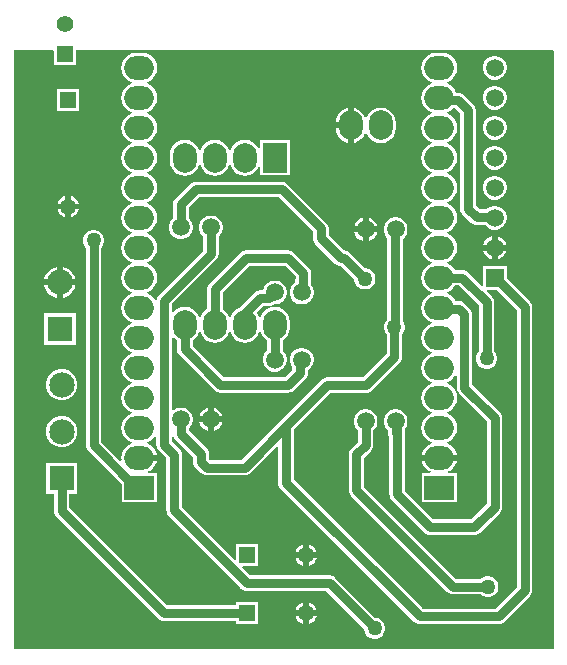
<source format=gbr>
G04*
G04 #@! TF.GenerationSoftware,Altium Limited,Altium Designer,25.4.2 (15)*
G04*
G04 Layer_Physical_Order=2*
G04 Layer_Color=16711680*
%FSLAX44Y44*%
%MOMM*%
G71*
G04*
G04 #@! TF.SameCoordinates,0EA34F5E-7CD8-41F1-BF26-68A60DD3863B*
G04*
G04*
G04 #@! TF.FilePolarity,Positive*
G04*
G01*
G75*
%ADD32C,0.8000*%
%ADD33C,1.3500*%
%ADD34R,1.3500X1.3500*%
%ADD35R,2.5000X2.0000*%
%ADD36O,2.5000X2.0000*%
%ADD37R,2.0000X2.5000*%
%ADD38O,2.0000X2.5000*%
%ADD39C,1.5000*%
%ADD40R,1.5000X1.5000*%
%ADD41C,2.1500*%
%ADD42R,2.1500X2.1500*%
%ADD43C,1.4000*%
%ADD44R,1.4000X1.4000*%
%ADD45R,1.3500X1.3500*%
%ADD46C,1.2700*%
G36*
X457500Y506122D02*
X457500Y0D01*
X0D01*
Y506979D01*
X33312Y506982D01*
X34210Y506084D01*
Y494760D01*
X53290D01*
Y506984D01*
X456602Y507020D01*
X457500Y506122D01*
D02*
G37*
%LPC*%
G36*
X408822Y502340D02*
X406178D01*
X403625Y501656D01*
X401335Y500334D01*
X399466Y498465D01*
X398144Y496175D01*
X397460Y493622D01*
Y490978D01*
X398144Y488425D01*
X399466Y486135D01*
X401335Y484266D01*
X403625Y482944D01*
X406178Y482260D01*
X408822D01*
X411375Y482944D01*
X413665Y484266D01*
X415534Y486135D01*
X416856Y488425D01*
X417540Y490978D01*
Y493622D01*
X416856Y496175D01*
X415534Y498465D01*
X413665Y500334D01*
X411375Y501656D01*
X408822Y502340D01*
D02*
G37*
G36*
Y476940D02*
X406178D01*
X403625Y476256D01*
X401335Y474934D01*
X399466Y473065D01*
X398144Y470775D01*
X397460Y468222D01*
Y465578D01*
X398144Y463025D01*
X399466Y460735D01*
X401335Y458866D01*
X403625Y457544D01*
X406178Y456860D01*
X408822D01*
X411375Y457544D01*
X413665Y458866D01*
X415534Y460735D01*
X416856Y463025D01*
X417540Y465578D01*
Y468222D01*
X416856Y470775D01*
X415534Y473065D01*
X413665Y474934D01*
X411375Y476256D01*
X408822Y476940D01*
D02*
G37*
G36*
X55540Y474040D02*
X36960D01*
Y455460D01*
X55540D01*
Y474040D01*
D02*
G37*
G36*
X310850Y458548D02*
X307576Y458117D01*
X304526Y456854D01*
X301906Y454844D01*
X299896Y452224D01*
X298837Y449667D01*
X297463D01*
X296404Y452224D01*
X294394Y454844D01*
X291774Y456854D01*
X288724Y458117D01*
X287950Y458219D01*
Y443400D01*
Y428581D01*
X288724Y428683D01*
X291774Y429946D01*
X294394Y431956D01*
X296404Y434576D01*
X297463Y437133D01*
X298837D01*
X299896Y434576D01*
X301906Y431956D01*
X304526Y429946D01*
X307576Y428683D01*
X310850Y428252D01*
X314124Y428683D01*
X317174Y429946D01*
X319794Y431956D01*
X321804Y434576D01*
X323067Y437626D01*
X323498Y440900D01*
Y445900D01*
X323067Y449174D01*
X321804Y452224D01*
X319794Y454844D01*
X317174Y456854D01*
X314124Y458117D01*
X310850Y458548D01*
D02*
G37*
G36*
X282950Y458219D02*
X282176Y458117D01*
X279126Y456854D01*
X276506Y454844D01*
X274496Y452224D01*
X273233Y449174D01*
X272802Y445900D01*
D01*
X282950D01*
Y458219D01*
D02*
G37*
G36*
X408822Y451540D02*
X406178D01*
X403625Y450856D01*
X401335Y449534D01*
X399466Y447665D01*
X398144Y445375D01*
X397460Y442822D01*
Y440178D01*
X398144Y437625D01*
X399466Y435335D01*
X401335Y433466D01*
X403625Y432144D01*
X406178Y431460D01*
X408822D01*
X411375Y432144D01*
X413665Y433466D01*
X415534Y435335D01*
X416856Y437625D01*
X417540Y440178D01*
Y442822D01*
X416856Y445375D01*
X415534Y447665D01*
X413665Y449534D01*
X411375Y450856D01*
X408822Y451540D01*
D02*
G37*
G36*
X282950Y440900D02*
X272802D01*
X273233Y437626D01*
X274496Y434576D01*
X276506Y431956D01*
X279126Y429946D01*
X282176Y428683D01*
X282950Y428581D01*
Y440900D01*
D02*
G37*
G36*
X195850Y431248D02*
X192577Y430817D01*
X189526Y429554D01*
X186907Y427544D01*
X184897Y424924D01*
X183838Y422367D01*
X182463D01*
X181404Y424924D01*
X179394Y427544D01*
X176774Y429554D01*
X173724Y430817D01*
X170450Y431248D01*
X167177Y430817D01*
X164126Y429554D01*
X161507Y427544D01*
X159496Y424924D01*
X158438Y422367D01*
X157063D01*
X156004Y424924D01*
X153994Y427544D01*
X151374Y429554D01*
X148324Y430817D01*
X145050Y431248D01*
X141777Y430817D01*
X138726Y429554D01*
X136107Y427544D01*
X134096Y424924D01*
X132833Y421874D01*
X132402Y418600D01*
Y413600D01*
X132833Y410326D01*
X134096Y407276D01*
X136107Y404656D01*
X138726Y402646D01*
X141777Y401383D01*
X145050Y400952D01*
X148324Y401383D01*
X151374Y402646D01*
X153994Y404656D01*
X156004Y407276D01*
X157063Y409833D01*
X158438D01*
X159496Y407276D01*
X161507Y404656D01*
X164126Y402646D01*
X167177Y401383D01*
X170450Y400952D01*
X173724Y401383D01*
X176774Y402646D01*
X179394Y404656D01*
X181404Y407276D01*
X182463Y409833D01*
X183838D01*
X184897Y407276D01*
X186907Y404656D01*
X189526Y402646D01*
X192577Y401383D01*
X195850Y400952D01*
X199124Y401383D01*
X202174Y402646D01*
X204794Y404656D01*
X206804Y407276D01*
X207440Y408812D01*
X208710Y408559D01*
Y401060D01*
X233790D01*
Y431140D01*
X208710D01*
Y423641D01*
X207440Y423388D01*
X206804Y424924D01*
X204794Y427544D01*
X202174Y429554D01*
X199124Y430817D01*
X195850Y431248D01*
D02*
G37*
G36*
X408822Y426140D02*
X406178D01*
X403625Y425456D01*
X401335Y424134D01*
X399466Y422265D01*
X398144Y419975D01*
X397460Y417422D01*
Y414778D01*
X398144Y412225D01*
X399466Y409935D01*
X401335Y408066D01*
X403625Y406744D01*
X406178Y406060D01*
X408822D01*
X411375Y406744D01*
X413665Y408066D01*
X415534Y409935D01*
X416856Y412225D01*
X417540Y414778D01*
Y417422D01*
X416856Y419975D01*
X415534Y422265D01*
X413665Y424134D01*
X411375Y425456D01*
X408822Y426140D01*
D02*
G37*
G36*
Y400740D02*
X406178D01*
X403625Y400056D01*
X401335Y398734D01*
X399466Y396865D01*
X398144Y394575D01*
X397460Y392022D01*
Y389378D01*
X398144Y386825D01*
X399466Y384535D01*
X401335Y382666D01*
X403625Y381344D01*
X406178Y380660D01*
X408822D01*
X411375Y381344D01*
X413665Y382666D01*
X415534Y384535D01*
X416856Y386825D01*
X417540Y389378D01*
Y392022D01*
X416856Y394575D01*
X415534Y396865D01*
X413665Y398734D01*
X411375Y400056D01*
X408822Y400740D01*
D02*
G37*
G36*
X48750Y383698D02*
Y377250D01*
X55198D01*
X54907Y378336D01*
X53684Y380454D01*
X51954Y382184D01*
X49836Y383407D01*
X48750Y383698D01*
D02*
G37*
G36*
X43750D02*
X42664Y383407D01*
X40546Y382184D01*
X38816Y380454D01*
X37593Y378336D01*
X37302Y377250D01*
X43750D01*
Y383698D01*
D02*
G37*
G36*
X55198Y372250D02*
X48750D01*
Y365802D01*
X49836Y366093D01*
X51954Y367316D01*
X53684Y369046D01*
X54907Y371164D01*
X55198Y372250D01*
D02*
G37*
G36*
X43750D02*
X37302D01*
X37593Y371164D01*
X38816Y369046D01*
X40546Y367316D01*
X42664Y366093D01*
X43750Y365802D01*
Y372250D01*
D02*
G37*
G36*
X300600Y365224D02*
Y358000D01*
X307824D01*
X307456Y359375D01*
X306134Y361665D01*
X304265Y363534D01*
X301975Y364856D01*
X300600Y365224D01*
D02*
G37*
G36*
X295600Y365224D02*
X294225Y364856D01*
X291935Y363534D01*
X290066Y361665D01*
X288744Y359375D01*
X288376Y358000D01*
X295600D01*
Y365224D01*
D02*
G37*
G36*
X307824Y353000D02*
X300600D01*
Y345776D01*
X301975Y346144D01*
X304265Y347466D01*
X306134Y349335D01*
X307456Y351625D01*
X307824Y353000D01*
D02*
G37*
G36*
X295600D02*
X288376D01*
X288744Y351625D01*
X290066Y349335D01*
X291935Y347466D01*
X294225Y346144D01*
X295600Y345776D01*
Y353000D01*
D02*
G37*
G36*
X410000Y349624D02*
Y342400D01*
X417224D01*
X416856Y343775D01*
X415534Y346065D01*
X413665Y347934D01*
X411375Y349256D01*
X410000Y349624D01*
D02*
G37*
G36*
X405000D02*
X403625Y349256D01*
X401335Y347934D01*
X399466Y346065D01*
X398144Y343775D01*
X397776Y342400D01*
X405000D01*
Y349624D01*
D02*
G37*
G36*
X417224Y337400D02*
X410000D01*
Y330176D01*
X411375Y330544D01*
X413665Y331866D01*
X415534Y333735D01*
X416856Y336025D01*
X417224Y337400D01*
D02*
G37*
G36*
X405000D02*
X397776D01*
X398144Y336025D01*
X399466Y333735D01*
X401335Y331866D01*
X403625Y330544D01*
X405000Y330176D01*
Y337400D01*
D02*
G37*
G36*
X41750Y323589D02*
Y313000D01*
X52339D01*
X51634Y315630D01*
X49885Y318660D01*
X47410Y321135D01*
X44380Y322884D01*
X41750Y323589D01*
D02*
G37*
G36*
X36750D02*
X34120Y322884D01*
X31090Y321135D01*
X28615Y318660D01*
X26866Y315630D01*
X26161Y313000D01*
X36750D01*
Y323589D01*
D02*
G37*
G36*
X227108Y395932D02*
X154500D01*
X152793Y395708D01*
X151202Y395049D01*
X149836Y394000D01*
X137086Y381251D01*
X136038Y379884D01*
X135379Y378293D01*
X135154Y376586D01*
Y364663D01*
X133716Y363225D01*
X132394Y360935D01*
X131710Y358382D01*
Y355738D01*
X132394Y353185D01*
X133716Y350895D01*
X135585Y349026D01*
X137875Y347704D01*
X140428Y347020D01*
X143072D01*
X145625Y347704D01*
X147915Y349026D01*
X149784Y350895D01*
X151106Y353185D01*
X151790Y355738D01*
Y358382D01*
X151106Y360935D01*
X149784Y363225D01*
X148347Y364662D01*
Y373854D01*
X157232Y382740D01*
X224376D01*
X253640Y353475D01*
Y347778D01*
X253865Y346070D01*
X254524Y344479D01*
X255572Y343113D01*
X272261Y326424D01*
X273627Y325376D01*
X275218Y324717D01*
X276926Y324492D01*
X277179D01*
X288610Y313061D01*
Y312330D01*
X289216Y310069D01*
X290386Y308041D01*
X292041Y306386D01*
X294069Y305216D01*
X296330Y304610D01*
X298670D01*
X300931Y305216D01*
X302959Y306386D01*
X304614Y308041D01*
X305784Y310069D01*
X306390Y312330D01*
Y314670D01*
X305784Y316931D01*
X304614Y318959D01*
X302959Y320614D01*
X300931Y321784D01*
X298670Y322390D01*
X297939D01*
X284576Y335753D01*
X283210Y336801D01*
X281619Y337460D01*
X279911Y337685D01*
X279658D01*
X266833Y350510D01*
Y356208D01*
X266608Y357915D01*
X265949Y359506D01*
X264901Y360872D01*
X231772Y394000D01*
X230406Y395049D01*
X228815Y395708D01*
X227108Y395932D01*
D02*
G37*
G36*
X52339Y308000D02*
X41750D01*
Y297411D01*
X44380Y298116D01*
X47410Y299865D01*
X49885Y302340D01*
X51634Y305370D01*
X52339Y308000D01*
D02*
G37*
G36*
X36750D02*
X26161D01*
X26866Y305370D01*
X28615Y302340D01*
X31090Y299865D01*
X34120Y298116D01*
X36750Y297411D01*
Y308000D01*
D02*
G37*
G36*
X52540Y284190D02*
X25960D01*
Y257610D01*
X52540D01*
Y284190D01*
D02*
G37*
G36*
X42500Y237140D02*
X39000D01*
X35620Y236234D01*
X32590Y234485D01*
X30115Y232010D01*
X28366Y228980D01*
X27460Y225600D01*
Y222100D01*
X28366Y218720D01*
X30115Y215690D01*
X32590Y213215D01*
X35620Y211466D01*
X39000Y210560D01*
X42500D01*
X45880Y211466D01*
X48910Y213215D01*
X51385Y215690D01*
X53134Y218720D01*
X54040Y222100D01*
Y225600D01*
X53134Y228980D01*
X51385Y232010D01*
X48910Y234485D01*
X45880Y236234D01*
X42500Y237140D01*
D02*
G37*
G36*
X169650Y204224D02*
Y197000D01*
X176874D01*
X176506Y198375D01*
X175184Y200665D01*
X173315Y202534D01*
X171025Y203856D01*
X169650Y204224D01*
D02*
G37*
G36*
X164650Y204224D02*
X163275Y203856D01*
X160985Y202534D01*
X159116Y200665D01*
X157794Y198375D01*
X157426Y197000D01*
X164650D01*
Y204224D01*
D02*
G37*
G36*
X176874Y192000D02*
X169650D01*
Y184776D01*
X171025Y185144D01*
X173315Y186466D01*
X175184Y188335D01*
X176506Y190625D01*
X176874Y192000D01*
D02*
G37*
G36*
X164650D02*
X157426D01*
X157794Y190625D01*
X159116Y188335D01*
X160985Y186466D01*
X163275Y185144D01*
X164650Y184776D01*
Y192000D01*
D02*
G37*
G36*
X42500Y197540D02*
X39000D01*
X35620Y196634D01*
X32590Y194884D01*
X30115Y192410D01*
X28366Y189380D01*
X27460Y186000D01*
Y182500D01*
X28366Y179120D01*
X30115Y176089D01*
X32590Y173615D01*
X35620Y171866D01*
X39000Y170960D01*
X42500D01*
X45880Y171866D01*
X48910Y173615D01*
X51385Y176089D01*
X53134Y179120D01*
X54040Y182500D01*
Y186000D01*
X53134Y189380D01*
X51385Y192410D01*
X48910Y194884D01*
X45880Y196634D01*
X42500Y197540D01*
D02*
G37*
G36*
X375319Y159600D02*
X345681D01*
X345783Y158826D01*
X347046Y155776D01*
X349057Y153156D01*
X351676Y151146D01*
X353212Y150510D01*
X352960Y149240D01*
X345460D01*
Y124160D01*
X375540D01*
Y149240D01*
X368041D01*
X367788Y150510D01*
X369324Y151146D01*
X371944Y153156D01*
X373954Y155776D01*
X375217Y158826D01*
X375319Y159600D01*
D02*
G37*
G36*
X250250Y88698D02*
Y82250D01*
X256698D01*
X256407Y83336D01*
X255184Y85454D01*
X253454Y87184D01*
X251336Y88407D01*
X250250Y88698D01*
D02*
G37*
G36*
X245250D02*
X244164Y88407D01*
X242046Y87184D01*
X240316Y85454D01*
X239093Y83336D01*
X238802Y82250D01*
X245250D01*
Y88698D01*
D02*
G37*
G36*
X256698Y77250D02*
X250250D01*
Y70802D01*
X251336Y71093D01*
X253454Y72316D01*
X255184Y74046D01*
X256407Y76164D01*
X256698Y77250D01*
D02*
G37*
G36*
X245250D02*
X238802D01*
X239093Y76164D01*
X240316Y74046D01*
X242046Y72316D01*
X244164Y71093D01*
X245250Y70802D01*
Y77250D01*
D02*
G37*
G36*
X299422Y202980D02*
X296778D01*
X294225Y202296D01*
X291935Y200974D01*
X290066Y199105D01*
X288744Y196815D01*
X288060Y194262D01*
Y191618D01*
X288744Y189065D01*
X290066Y186775D01*
X291504Y185338D01*
Y175406D01*
X285726Y169629D01*
X284677Y168262D01*
X284018Y166671D01*
X283794Y164964D01*
Y134710D01*
X284018Y133003D01*
X284677Y131412D01*
X285726Y130046D01*
X367436Y48336D01*
X368802Y47287D01*
X370393Y46628D01*
X372100Y46404D01*
X395524D01*
X396041Y45886D01*
X398069Y44716D01*
X400330Y44110D01*
X402670D01*
X404931Y44716D01*
X406959Y45886D01*
X408614Y47541D01*
X409784Y49569D01*
X410390Y51830D01*
Y54170D01*
X409784Y56431D01*
X408614Y58459D01*
X406959Y60114D01*
X404931Y61284D01*
X402670Y61890D01*
X400330D01*
X398069Y61284D01*
X396041Y60114D01*
X395524Y59596D01*
X374832D01*
X296986Y137443D01*
Y162232D01*
X302764Y168010D01*
X303813Y169376D01*
X304472Y170967D01*
X304696Y172674D01*
Y185338D01*
X306134Y186775D01*
X307456Y189065D01*
X308140Y191618D01*
Y194262D01*
X307456Y196815D01*
X306134Y199105D01*
X304265Y200974D01*
X301975Y202296D01*
X299422Y202980D01*
D02*
G37*
G36*
X363000Y504948D02*
X358000D01*
X354726Y504517D01*
X351676Y503254D01*
X349057Y501244D01*
X347046Y498624D01*
X345783Y495574D01*
X345352Y492300D01*
X345783Y489026D01*
X347046Y485976D01*
X349057Y483356D01*
X351676Y481346D01*
X354233Y480287D01*
Y478913D01*
X351676Y477854D01*
X349057Y475844D01*
X347046Y473224D01*
X345783Y470174D01*
X345352Y466900D01*
X345783Y463626D01*
X347046Y460576D01*
X349057Y457956D01*
X351676Y455946D01*
X354233Y454887D01*
Y453513D01*
X351676Y452454D01*
X349057Y450444D01*
X347046Y447824D01*
X345783Y444774D01*
X345352Y441500D01*
X345783Y438226D01*
X347046Y435176D01*
X349057Y432556D01*
X351676Y430546D01*
X354233Y429487D01*
Y428113D01*
X351676Y427054D01*
X349057Y425044D01*
X347046Y422424D01*
X345783Y419374D01*
X345352Y416100D01*
X345783Y412826D01*
X347046Y409776D01*
X349057Y407156D01*
X351676Y405146D01*
X354233Y404087D01*
Y402713D01*
X351676Y401654D01*
X349057Y399644D01*
X347046Y397024D01*
X345783Y393974D01*
X345352Y390700D01*
X345783Y387426D01*
X347046Y384376D01*
X349057Y381756D01*
X351676Y379746D01*
X354233Y378687D01*
Y377313D01*
X351676Y376254D01*
X349057Y374244D01*
X347046Y371624D01*
X345783Y368574D01*
X345352Y365300D01*
X345783Y362026D01*
X347046Y358976D01*
X349057Y356356D01*
X351676Y354346D01*
X354233Y353287D01*
Y351913D01*
X351676Y350854D01*
X349057Y348844D01*
X347046Y346224D01*
X345783Y343174D01*
X345352Y339900D01*
X345783Y336626D01*
X347046Y333576D01*
X349057Y330956D01*
X351676Y328946D01*
X354233Y327887D01*
Y326513D01*
X351676Y325454D01*
X349057Y323444D01*
X347046Y320824D01*
X345783Y317774D01*
X345352Y314500D01*
X345783Y311226D01*
X347046Y308176D01*
X349057Y305556D01*
X351676Y303546D01*
X354233Y302487D01*
Y301113D01*
X351676Y300054D01*
X349057Y298044D01*
X347046Y295424D01*
X345783Y292374D01*
X345352Y289100D01*
X345783Y285826D01*
X347046Y282776D01*
X349057Y280156D01*
X351676Y278146D01*
X354233Y277087D01*
Y275713D01*
X351676Y274654D01*
X349057Y272644D01*
X347046Y270024D01*
X345783Y266974D01*
X345352Y263700D01*
X345783Y260426D01*
X347046Y257376D01*
X349057Y254756D01*
X351676Y252746D01*
X354233Y251687D01*
Y250313D01*
X351676Y249254D01*
X349057Y247244D01*
X347046Y244624D01*
X345783Y241574D01*
X345352Y238300D01*
X345783Y235026D01*
X347046Y231976D01*
X349057Y229356D01*
X351676Y227346D01*
X354233Y226287D01*
Y224913D01*
X351676Y223854D01*
X349057Y221844D01*
X347046Y219224D01*
X345783Y216174D01*
X345352Y212900D01*
X345783Y209626D01*
X347046Y206576D01*
X349057Y203956D01*
X351676Y201946D01*
X354233Y200887D01*
Y199513D01*
X351676Y198454D01*
X349057Y196444D01*
X347046Y193824D01*
X345783Y190774D01*
X345352Y187500D01*
X345783Y184226D01*
X347046Y181176D01*
X349057Y178556D01*
X351676Y176546D01*
X354233Y175487D01*
Y174113D01*
X351676Y173054D01*
X349057Y171044D01*
X347046Y168424D01*
X345783Y165374D01*
X345681Y164600D01*
X375319D01*
X375217Y165374D01*
X373954Y168424D01*
X371944Y171044D01*
X369324Y173054D01*
X366768Y174113D01*
Y175487D01*
X369324Y176546D01*
X371944Y178556D01*
X373954Y181176D01*
X375217Y184226D01*
X375648Y187500D01*
X375217Y190774D01*
X373954Y193824D01*
X371944Y196444D01*
X369324Y198454D01*
X366768Y199513D01*
Y200887D01*
X369324Y201946D01*
X371944Y203956D01*
X373954Y206576D01*
X375217Y209626D01*
X375648Y212900D01*
X375217Y216174D01*
X373954Y219224D01*
X371944Y221844D01*
X369324Y223854D01*
X366768Y224913D01*
Y226287D01*
X369324Y227346D01*
X371944Y229356D01*
X373884Y231884D01*
X373945Y231886D01*
X375154Y230973D01*
Y221522D01*
X375378Y219815D01*
X376037Y218224D01*
X377086Y216858D01*
X400754Y193190D01*
Y123082D01*
X387518Y109846D01*
X355482D01*
X331346Y133982D01*
Y186588D01*
X331534Y186775D01*
X332856Y189065D01*
X333540Y191618D01*
Y194262D01*
X332856Y196815D01*
X331534Y199105D01*
X329665Y200974D01*
X327375Y202296D01*
X324822Y202980D01*
X322178D01*
X319625Y202296D01*
X317335Y200974D01*
X315466Y199105D01*
X314144Y196815D01*
X313460Y194262D01*
Y191618D01*
X314144Y189065D01*
X315466Y186775D01*
X316903Y185338D01*
Y182860D01*
X317128Y181153D01*
X317787Y179562D01*
X318154Y179084D01*
Y131250D01*
X318378Y129543D01*
X319037Y127952D01*
X320086Y126586D01*
X348086Y98586D01*
X349452Y97537D01*
X351043Y96878D01*
X352750Y96654D01*
X390250D01*
X391957Y96878D01*
X393548Y97537D01*
X394914Y98586D01*
X412014Y115686D01*
X413063Y117052D01*
X413722Y118643D01*
X413946Y120350D01*
Y195922D01*
X413722Y197629D01*
X413063Y199220D01*
X412014Y200586D01*
X388346Y224254D01*
Y283365D01*
X388122Y285072D01*
X387463Y286663D01*
X386414Y288029D01*
X381728Y292715D01*
X380362Y293764D01*
X378771Y294423D01*
X377064Y294647D01*
X374276D01*
X373954Y295424D01*
X371944Y298044D01*
X369324Y300054D01*
X366768Y301113D01*
Y302487D01*
X369324Y303546D01*
X371944Y305556D01*
X373745Y307903D01*
X377226D01*
X394030Y291100D01*
Y252056D01*
X393512Y251539D01*
X392342Y249511D01*
X391736Y247250D01*
Y244910D01*
X392342Y242649D01*
X393512Y240621D01*
X395167Y238966D01*
X397195Y237796D01*
X399456Y237190D01*
X401796D01*
X404057Y237796D01*
X406085Y238966D01*
X407740Y240621D01*
X408910Y242649D01*
X409516Y244910D01*
Y247250D01*
X408910Y249511D01*
X407740Y251539D01*
X407222Y252056D01*
Y293832D01*
X406998Y295539D01*
X406339Y297130D01*
X405290Y298496D01*
X400500Y303287D01*
X400986Y304460D01*
X408561D01*
X426154Y286868D01*
Y52482D01*
X408018Y34346D01*
X346482D01*
X237150Y143679D01*
Y185821D01*
X268143Y216814D01*
X298411D01*
X300118Y217039D01*
X301709Y217698D01*
X303075Y218746D01*
X327164Y242836D01*
X328213Y244202D01*
X328872Y245793D01*
X329096Y247500D01*
Y266524D01*
X329614Y267041D01*
X330784Y269069D01*
X331390Y271330D01*
Y273670D01*
X330784Y275931D01*
X329614Y277959D01*
X329596Y277976D01*
Y347427D01*
X329665Y347466D01*
X331534Y349335D01*
X332856Y351625D01*
X333540Y354178D01*
Y356822D01*
X332856Y359375D01*
X331534Y361665D01*
X329665Y363534D01*
X327375Y364856D01*
X324822Y365540D01*
X322178D01*
X319625Y364856D01*
X317335Y363534D01*
X315466Y361665D01*
X314144Y359375D01*
X313460Y356822D01*
Y354178D01*
X314144Y351625D01*
X315466Y349335D01*
X316404Y348398D01*
Y278976D01*
X315386Y277959D01*
X314216Y275931D01*
X313610Y273670D01*
Y271330D01*
X314216Y269069D01*
X315386Y267041D01*
X315904Y266524D01*
Y250232D01*
X295678Y230007D01*
X265411D01*
X263703Y229782D01*
X262113Y229123D01*
X260746Y228075D01*
X225889Y193217D01*
X192963Y160292D01*
X166169D01*
X165346Y161114D01*
Y165461D01*
X165122Y167168D01*
X164463Y168759D01*
X163414Y170125D01*
X148346Y185193D01*
Y186898D01*
X149784Y188335D01*
X151106Y190625D01*
X151790Y193178D01*
Y195822D01*
X151106Y198375D01*
X149784Y200665D01*
X147915Y202534D01*
X145625Y203856D01*
X143072Y204540D01*
X140428D01*
X137875Y203856D01*
X135585Y202534D01*
X135346Y202295D01*
X134172Y202780D01*
Y263702D01*
X135375Y264110D01*
X136107Y263157D01*
X138454Y261355D01*
Y253700D01*
X138679Y251993D01*
X139338Y250402D01*
X140386Y249036D01*
X170336Y219086D01*
X171702Y218037D01*
X173293Y217378D01*
X175000Y217154D01*
X232750D01*
X234457Y217378D01*
X236048Y218037D01*
X237414Y219086D01*
X247325Y228996D01*
X248373Y230362D01*
X249032Y231953D01*
X249257Y233661D01*
Y236442D01*
X250165Y236966D01*
X252034Y238835D01*
X253356Y241125D01*
X254040Y243678D01*
Y246322D01*
X253356Y248875D01*
X252034Y251165D01*
X250165Y253034D01*
X247875Y254356D01*
X245322Y255040D01*
X242678D01*
X240125Y254356D01*
X237835Y253034D01*
X235966Y251165D01*
X234644Y248875D01*
X233960Y246322D01*
Y243678D01*
X234644Y241125D01*
X235966Y238835D01*
X236064Y238737D01*
Y236393D01*
X230018Y230346D01*
X177733D01*
X151647Y256432D01*
Y261355D01*
X153994Y263157D01*
X156004Y265776D01*
X157063Y268333D01*
X158438D01*
X159496Y265776D01*
X161507Y263157D01*
X164126Y261147D01*
X167177Y259883D01*
X170450Y259452D01*
X173724Y259883D01*
X176774Y261147D01*
X179394Y263157D01*
X181404Y265776D01*
X182463Y268333D01*
X183838D01*
X184897Y265776D01*
X186907Y263157D01*
X189526Y261147D01*
X192577Y259883D01*
X195850Y259452D01*
X199124Y259883D01*
X202174Y261147D01*
X204794Y263157D01*
X206804Y265776D01*
X207863Y268333D01*
X209237D01*
X210296Y265776D01*
X212306Y263157D01*
X214654Y261355D01*
Y252602D01*
X213216Y251165D01*
X211894Y248875D01*
X211210Y246322D01*
Y243678D01*
X211894Y241125D01*
X213216Y238835D01*
X215085Y236966D01*
X217375Y235644D01*
X219928Y234960D01*
X222572D01*
X225125Y235644D01*
X227415Y236966D01*
X229284Y238835D01*
X230606Y241125D01*
X231290Y243678D01*
Y246322D01*
X230606Y248875D01*
X229284Y251165D01*
X227847Y252602D01*
Y261355D01*
X230194Y263157D01*
X232204Y265776D01*
X233467Y268827D01*
X233898Y272100D01*
Y277100D01*
X233467Y280374D01*
X232204Y283424D01*
X230194Y286044D01*
X227574Y288054D01*
X224524Y289317D01*
X221250Y289748D01*
X217977Y289317D01*
X214926Y288054D01*
X212306Y286044D01*
X210296Y283424D01*
X209237Y280868D01*
X207863D01*
X206804Y283424D01*
X205660Y284915D01*
X211352Y290607D01*
X216454D01*
X218161Y290832D01*
X219752Y291491D01*
X220363Y291960D01*
X222572D01*
X225125Y292644D01*
X227415Y293966D01*
X229284Y295835D01*
X230606Y298125D01*
X231290Y300678D01*
Y303322D01*
X230606Y305875D01*
X229284Y308165D01*
X227415Y310034D01*
X225125Y311356D01*
X222572Y312040D01*
X219928D01*
X217375Y311356D01*
X215085Y310034D01*
X213216Y308165D01*
X211894Y305875D01*
X211338Y303800D01*
X208620D01*
X206913Y303576D01*
X205322Y302917D01*
X203956Y301868D01*
X191186Y289098D01*
X190784Y288575D01*
X189526Y288054D01*
X186907Y286044D01*
X184897Y283424D01*
X183838Y280868D01*
X182463D01*
X181404Y283424D01*
X179394Y286044D01*
X177047Y287845D01*
Y301768D01*
X199683Y324404D01*
X230018D01*
X238904Y315518D01*
Y314409D01*
X238743Y313189D01*
Y310558D01*
X237835Y310034D01*
X235966Y308165D01*
X234644Y305875D01*
X233960Y303322D01*
Y300678D01*
X234644Y298125D01*
X235966Y295835D01*
X237835Y293966D01*
X240125Y292644D01*
X242678Y291960D01*
X245322D01*
X247875Y292644D01*
X250165Y293966D01*
X252034Y295835D01*
X253356Y298125D01*
X254040Y300678D01*
Y303322D01*
X253356Y305875D01*
X252034Y308165D01*
X251936Y308263D01*
Y312130D01*
X252096Y313350D01*
Y318250D01*
X251872Y319957D01*
X251213Y321548D01*
X250164Y322915D01*
X237414Y335664D01*
X236048Y336713D01*
X234457Y337372D01*
X232750Y337596D01*
X196950D01*
X195243Y337372D01*
X193652Y336713D01*
X192286Y335664D01*
X165786Y309164D01*
X164737Y307798D01*
X164079Y306207D01*
X163854Y304500D01*
Y287845D01*
X161507Y286044D01*
X159496Y283424D01*
X158438Y280868D01*
X157063D01*
X156004Y283424D01*
X153994Y286044D01*
X151374Y288054D01*
X148324Y289317D01*
X145050Y289748D01*
X141777Y289317D01*
X138726Y288054D01*
X136107Y286044D01*
X135375Y285091D01*
X134172Y285499D01*
Y292370D01*
X171815Y330012D01*
X172863Y331378D01*
X173522Y332969D01*
X173747Y334676D01*
Y349458D01*
X175184Y350895D01*
X176506Y353185D01*
X177190Y355738D01*
Y358382D01*
X176506Y360935D01*
X175184Y363225D01*
X173315Y365094D01*
X171025Y366416D01*
X168472Y367100D01*
X165828D01*
X163275Y366416D01*
X160985Y365094D01*
X159116Y363225D01*
X157794Y360935D01*
X157110Y358382D01*
Y355738D01*
X157794Y353185D01*
X159116Y350895D01*
X160554Y349458D01*
Y337408D01*
X122912Y299766D01*
X121863Y298400D01*
X121204Y296809D01*
X121091Y295946D01*
X120663Y295750D01*
X119772Y295661D01*
X117944Y298044D01*
X115324Y300054D01*
X112767Y301113D01*
Y302487D01*
X115324Y303546D01*
X117944Y305556D01*
X119954Y308176D01*
X121217Y311226D01*
X121648Y314500D01*
X121217Y317774D01*
X119954Y320824D01*
X117944Y323444D01*
X115324Y325454D01*
X112767Y326513D01*
Y327887D01*
X115324Y328946D01*
X117944Y330956D01*
X119954Y333576D01*
X121217Y336626D01*
X121648Y339900D01*
X121217Y343174D01*
X119954Y346224D01*
X117944Y348844D01*
X115324Y350854D01*
X112767Y351913D01*
Y353287D01*
X115324Y354346D01*
X117944Y356356D01*
X119954Y358976D01*
X121217Y362026D01*
X121648Y365300D01*
X121217Y368574D01*
X119954Y371624D01*
X117944Y374244D01*
X115324Y376254D01*
X112767Y377313D01*
Y378687D01*
X115324Y379746D01*
X117944Y381756D01*
X119954Y384376D01*
X121217Y387426D01*
X121648Y390700D01*
X121217Y393974D01*
X119954Y397024D01*
X117944Y399644D01*
X115324Y401654D01*
X112767Y402713D01*
Y404087D01*
X115324Y405146D01*
X117944Y407156D01*
X119954Y409776D01*
X121217Y412826D01*
X121648Y416100D01*
X121217Y419374D01*
X119954Y422424D01*
X117944Y425044D01*
X115324Y427054D01*
X112767Y428113D01*
Y429487D01*
X115324Y430546D01*
X117944Y432556D01*
X119954Y435176D01*
X121217Y438226D01*
X121648Y441500D01*
X121217Y444774D01*
X119954Y447824D01*
X117944Y450444D01*
X115324Y452454D01*
X112767Y453513D01*
Y454887D01*
X115324Y455946D01*
X117944Y457956D01*
X119954Y460576D01*
X121217Y463626D01*
X121648Y466900D01*
X121217Y470174D01*
X119954Y473224D01*
X117944Y475844D01*
X115324Y477854D01*
X112767Y478913D01*
Y480287D01*
X115324Y481346D01*
X117944Y483356D01*
X119954Y485976D01*
X121217Y489026D01*
X121648Y492300D01*
X121217Y495574D01*
X119954Y498624D01*
X117944Y501244D01*
X115324Y503254D01*
X112274Y504517D01*
X109000Y504948D01*
X104000D01*
X100726Y504517D01*
X97676Y503254D01*
X95056Y501244D01*
X93046Y498624D01*
X91783Y495574D01*
X91352Y492300D01*
X91783Y489026D01*
X93046Y485976D01*
X95056Y483356D01*
X97676Y481346D01*
X100233Y480287D01*
Y478913D01*
X97676Y477854D01*
X95056Y475844D01*
X93046Y473224D01*
X91783Y470174D01*
X91352Y466900D01*
X91783Y463626D01*
X93046Y460576D01*
X95056Y457956D01*
X97676Y455946D01*
X100233Y454887D01*
Y453513D01*
X97676Y452454D01*
X95056Y450444D01*
X93046Y447824D01*
X91783Y444774D01*
X91352Y441500D01*
X91783Y438226D01*
X93046Y435176D01*
X95056Y432556D01*
X97676Y430546D01*
X100233Y429487D01*
Y428113D01*
X97676Y427054D01*
X95056Y425044D01*
X93046Y422424D01*
X91783Y419374D01*
X91352Y416100D01*
X91783Y412826D01*
X93046Y409776D01*
X95056Y407156D01*
X97676Y405146D01*
X100233Y404087D01*
Y402713D01*
X97676Y401654D01*
X95056Y399644D01*
X93046Y397024D01*
X91783Y393974D01*
X91352Y390700D01*
X91783Y387426D01*
X93046Y384376D01*
X95056Y381756D01*
X97676Y379746D01*
X100233Y378687D01*
Y377313D01*
X97676Y376254D01*
X95056Y374244D01*
X93046Y371624D01*
X91783Y368574D01*
X91352Y365300D01*
X91783Y362026D01*
X93046Y358976D01*
X95056Y356356D01*
X97676Y354346D01*
X100233Y353287D01*
Y351913D01*
X97676Y350854D01*
X95056Y348844D01*
X93046Y346224D01*
X91783Y343174D01*
X91352Y339900D01*
X91783Y336626D01*
X93046Y333576D01*
X95056Y330956D01*
X97676Y328946D01*
X100233Y327887D01*
Y326513D01*
X97676Y325454D01*
X95056Y323444D01*
X93046Y320824D01*
X91783Y317774D01*
X91352Y314500D01*
X91783Y311226D01*
X93046Y308176D01*
X95056Y305556D01*
X97676Y303546D01*
X100233Y302487D01*
Y301113D01*
X97676Y300054D01*
X95056Y298044D01*
X93046Y295424D01*
X91783Y292374D01*
X91352Y289100D01*
X91783Y285826D01*
X93046Y282776D01*
X95056Y280156D01*
X97676Y278146D01*
X100233Y277087D01*
Y275713D01*
X97676Y274654D01*
X95056Y272644D01*
X93046Y270024D01*
X91783Y266974D01*
X91352Y263700D01*
X91783Y260426D01*
X93046Y257376D01*
X95056Y254756D01*
X97676Y252746D01*
X100233Y251687D01*
Y250313D01*
X97676Y249254D01*
X95056Y247244D01*
X93046Y244624D01*
X91783Y241574D01*
X91352Y238300D01*
X91783Y235026D01*
X93046Y231976D01*
X95056Y229356D01*
X97676Y227346D01*
X100233Y226287D01*
Y224913D01*
X97676Y223854D01*
X95056Y221844D01*
X93046Y219224D01*
X91783Y216174D01*
X91352Y212900D01*
X91783Y209626D01*
X93046Y206576D01*
X95056Y203956D01*
X97676Y201946D01*
X100233Y200887D01*
Y199513D01*
X97676Y198454D01*
X95056Y196444D01*
X93046Y193824D01*
X91783Y190774D01*
X91352Y187500D01*
X91783Y184226D01*
X93046Y181176D01*
X95056Y178556D01*
X97676Y176546D01*
X100233Y175487D01*
Y174113D01*
X97676Y173054D01*
X95056Y171044D01*
X93046Y168424D01*
X91783Y165374D01*
X91352Y162100D01*
X91599Y160226D01*
X90396Y159633D01*
X74346Y175682D01*
Y340024D01*
X74864Y340541D01*
X76034Y342569D01*
X76640Y344830D01*
Y347170D01*
X76034Y349431D01*
X74864Y351459D01*
X73209Y353114D01*
X71181Y354284D01*
X68920Y354890D01*
X66580D01*
X64319Y354284D01*
X62291Y353114D01*
X60636Y351459D01*
X59466Y349431D01*
X58860Y347170D01*
Y344830D01*
X59466Y342569D01*
X60636Y340541D01*
X61154Y340024D01*
Y172950D01*
X61378Y171243D01*
X62037Y169652D01*
X63086Y168286D01*
X91460Y139911D01*
Y124160D01*
X121540D01*
Y149240D01*
X114041D01*
X113788Y150510D01*
X115324Y151146D01*
X117944Y153156D01*
X119954Y155776D01*
X121217Y158826D01*
X121319Y159600D01*
X106500D01*
Y164600D01*
X121319D01*
X121217Y165374D01*
X119954Y168424D01*
X117944Y171044D01*
X115324Y173054D01*
X112767Y174113D01*
Y175487D01*
X115324Y176546D01*
X117944Y178556D01*
X119710Y180858D01*
X120980Y180471D01*
Y172945D01*
X121204Y171238D01*
X121863Y169646D01*
X122912Y168280D01*
X129484Y161708D01*
Y117434D01*
X129709Y115726D01*
X130368Y114135D01*
X131416Y112769D01*
X193016Y51170D01*
X194382Y50121D01*
X195973Y49462D01*
X197680Y49238D01*
X264934D01*
X296860Y17312D01*
Y16580D01*
X297466Y14319D01*
X298636Y12292D01*
X300291Y10637D01*
X302318Y9466D01*
X304580Y8860D01*
X306920D01*
X309181Y9466D01*
X311208Y10637D01*
X312864Y12292D01*
X314034Y14319D01*
X314640Y16580D01*
Y18921D01*
X314034Y21182D01*
X312864Y23209D01*
X311208Y24864D01*
X309181Y26034D01*
X306920Y26640D01*
X306189D01*
X272330Y60498D01*
X270964Y61547D01*
X269373Y62206D01*
X267666Y62430D01*
X200412D01*
X193556Y69287D01*
X194042Y70460D01*
X207040D01*
Y89040D01*
X188460D01*
Y76042D01*
X187287Y75556D01*
X142677Y120166D01*
Y164440D01*
X142452Y166148D01*
X141793Y167739D01*
X140745Y169105D01*
X134172Y175677D01*
Y180495D01*
X135378Y180753D01*
X136037Y179163D01*
X137086Y177796D01*
X152154Y162729D01*
Y158382D01*
X152378Y156674D01*
X153037Y155083D01*
X154086Y153717D01*
X158772Y149031D01*
X160138Y147983D01*
X161729Y147324D01*
X163436Y147099D01*
X195695D01*
X197403Y147324D01*
X198993Y147983D01*
X200360Y149031D01*
X222783Y171455D01*
X223957Y170968D01*
Y140947D01*
X224181Y139240D01*
X224840Y137649D01*
X225889Y136283D01*
X339086Y23086D01*
X340452Y22037D01*
X342043Y21378D01*
X343750Y21154D01*
X410750D01*
X412457Y21378D01*
X414048Y22037D01*
X415414Y23086D01*
X437414Y45086D01*
X438463Y46452D01*
X439122Y48043D01*
X439346Y49750D01*
Y289600D01*
X439122Y291307D01*
X438463Y292898D01*
X437414Y294264D01*
X417540Y314139D01*
Y324540D01*
X397460D01*
Y307986D01*
X396287Y307500D01*
X384622Y319164D01*
X383256Y320213D01*
X381665Y320872D01*
X379958Y321096D01*
X373745D01*
X371944Y323444D01*
X369324Y325454D01*
X366768Y326513D01*
Y327887D01*
X369324Y328946D01*
X371944Y330956D01*
X373954Y333576D01*
X375217Y336626D01*
X375648Y339900D01*
X375217Y343174D01*
X373954Y346224D01*
X371944Y348844D01*
X369324Y350854D01*
X366768Y351913D01*
Y353287D01*
X369324Y354346D01*
X371944Y356356D01*
X373954Y358976D01*
X375217Y362026D01*
X375648Y365300D01*
X375217Y368574D01*
X373954Y371624D01*
X371944Y374244D01*
X369324Y376254D01*
X366768Y377313D01*
Y378687D01*
X369324Y379746D01*
X371944Y381756D01*
X373954Y384376D01*
X375217Y387426D01*
X375648Y390700D01*
X375217Y393974D01*
X373954Y397024D01*
X371944Y399644D01*
X369324Y401654D01*
X366768Y402713D01*
Y404087D01*
X369324Y405146D01*
X371944Y407156D01*
X373954Y409776D01*
X375217Y412826D01*
X375648Y416100D01*
X375217Y419374D01*
X373954Y422424D01*
X371944Y425044D01*
X369324Y427054D01*
X366768Y428113D01*
Y429487D01*
X369324Y430546D01*
X371944Y432556D01*
X373954Y435176D01*
X375217Y438226D01*
X375648Y441500D01*
X375217Y444774D01*
X373954Y447824D01*
X371944Y450444D01*
X369324Y452454D01*
X366768Y453513D01*
Y454887D01*
X369324Y455946D01*
X371944Y457956D01*
X371983Y458008D01*
X373664D01*
X378154Y453518D01*
Y373000D01*
X378378Y371293D01*
X379037Y369702D01*
X380086Y368336D01*
X387436Y360986D01*
X388802Y359937D01*
X390393Y359278D01*
X392100Y359054D01*
X399548D01*
X401335Y357266D01*
X403625Y355944D01*
X406178Y355260D01*
X408822D01*
X411375Y355944D01*
X413665Y357266D01*
X415534Y359135D01*
X416856Y361425D01*
X417540Y363978D01*
Y366622D01*
X416856Y369175D01*
X415534Y371465D01*
X413665Y373334D01*
X411375Y374656D01*
X408822Y375340D01*
X406178D01*
X403625Y374656D01*
X401335Y373334D01*
X400248Y372246D01*
X394832D01*
X391346Y375732D01*
Y456250D01*
X391122Y457957D01*
X390463Y459548D01*
X389414Y460914D01*
X381060Y469268D01*
X379694Y470317D01*
X378103Y470976D01*
X376396Y471200D01*
X374792D01*
X373954Y473224D01*
X371944Y475844D01*
X369324Y477854D01*
X366768Y478913D01*
Y480287D01*
X369324Y481346D01*
X371944Y483356D01*
X373954Y485976D01*
X375217Y489026D01*
X375648Y492300D01*
X375217Y495574D01*
X373954Y498624D01*
X371944Y501244D01*
X369324Y503254D01*
X366274Y504517D01*
X363000Y504948D01*
D02*
G37*
G36*
X250250Y39448D02*
Y33000D01*
X256698D01*
X256407Y34086D01*
X255184Y36204D01*
X253454Y37934D01*
X251336Y39157D01*
X250250Y39448D01*
D02*
G37*
G36*
X245250D02*
X244164Y39157D01*
X242046Y37934D01*
X240316Y36204D01*
X239093Y34086D01*
X238802Y33000D01*
X245250D01*
Y39448D01*
D02*
G37*
G36*
X256698Y28000D02*
X250250D01*
Y21552D01*
X251336Y21843D01*
X253454Y23066D01*
X255184Y24796D01*
X256407Y26914D01*
X256698Y28000D01*
D02*
G37*
G36*
X245250D02*
X238802D01*
X239093Y26914D01*
X240316Y24796D01*
X242046Y23066D01*
X244164Y21843D01*
X245250Y21552D01*
Y28000D01*
D02*
G37*
G36*
X54040Y157940D02*
X27460D01*
Y131360D01*
X34154D01*
Y117250D01*
X34378Y115542D01*
X35038Y113952D01*
X36086Y112585D01*
X122836Y25836D01*
X124202Y24787D01*
X125793Y24128D01*
X127500Y23904D01*
X188460D01*
Y21210D01*
X207040D01*
Y39790D01*
X188460D01*
Y37097D01*
X130232D01*
X47347Y119982D01*
Y131360D01*
X54040D01*
Y157940D01*
D02*
G37*
%LPD*%
D32*
X407500Y314850D02*
X432750Y289600D01*
X67750Y172950D02*
Y346000D01*
Y172950D02*
X104000Y136700D01*
X106500D01*
X360500Y466900D02*
X362796Y464604D01*
X376396D01*
X384750Y456250D01*
Y373000D02*
Y456250D01*
Y373000D02*
X392100Y365650D01*
X407500D01*
X343750Y27750D02*
X410750D01*
X432750Y49750D01*
Y289600D01*
X230553Y140947D02*
X343750Y27750D01*
X230553Y140947D02*
Y188553D01*
X265411Y223411D01*
X242661Y243661D02*
X244000Y245000D01*
X242661Y233661D02*
Y243661D01*
X232750Y223750D02*
X242661Y233661D01*
X245339Y313189D02*
X245500Y313350D01*
X245339Y303339D02*
Y313189D01*
X244000Y302000D02*
X245339Y303339D01*
X245500Y313350D02*
Y318250D01*
X232750Y331000D02*
X245500Y318250D01*
X158750Y158382D02*
Y165461D01*
X163436Y153695D02*
X195695D01*
X141750Y182461D02*
X158750Y165461D01*
Y158382D02*
X163436Y153695D01*
X195695D02*
X230553Y188553D01*
X265411Y223411D02*
X298411D01*
X127576Y172945D02*
Y295102D01*
X136080Y117434D02*
Y164440D01*
X127576Y172945D02*
X136080Y164440D01*
X127576Y295102D02*
X167150Y334676D01*
X175000Y223750D02*
X232750D01*
X145050Y253700D02*
X175000Y223750D01*
X167150Y334676D02*
Y357060D01*
X260236Y347778D02*
X276926Y331088D01*
X279911D02*
X297500Y313500D01*
X260236Y347778D02*
Y356208D01*
X276926Y331088D02*
X279911D01*
X227108Y389336D02*
X260236Y356208D01*
X154500Y389336D02*
X227108D01*
X141750Y182461D02*
Y194500D01*
X136080Y117434D02*
X197680Y55834D01*
X195850Y284434D02*
X208620Y297204D01*
X216454D01*
X221250Y302000D01*
X196950Y331000D02*
X232750D01*
X170450Y304500D02*
X196950Y331000D01*
X221250Y245000D02*
X221250Y245000D01*
Y274600D01*
X221250Y274600D01*
X322500Y247500D02*
Y272500D01*
X298411Y223411D02*
X322500Y247500D01*
X323000Y355000D02*
X323500Y355500D01*
X323000Y273000D02*
Y355000D01*
X322500Y272500D02*
X323000Y273000D01*
X360500Y289100D02*
X361549Y288051D01*
X377064D01*
X381750Y283365D01*
Y221522D02*
Y283365D01*
Y221522D02*
X407350Y195922D01*
X323500Y192940D02*
X324750Y191690D01*
Y131250D02*
Y191690D01*
Y131250D02*
X352750Y103250D01*
X390250D01*
X407350Y120350D01*
Y195922D01*
X290390Y134710D02*
X372100Y53000D01*
X401500D01*
X127500Y30500D02*
X197750D01*
X40750Y117250D02*
X127500Y30500D01*
X40750Y117250D02*
Y144650D01*
X323500Y182860D02*
Y192940D01*
X298100Y172674D02*
Y192940D01*
X290390Y164964D02*
X298100Y172674D01*
X290390Y134710D02*
Y164964D01*
X170450Y274600D02*
Y304500D01*
X360500Y314500D02*
X379958D01*
X400626Y293832D01*
Y246080D02*
Y293832D01*
X197680Y55834D02*
X267666D01*
X305750Y17750D01*
X141750Y376586D02*
X154500Y389336D01*
X141750Y357060D02*
Y376586D01*
X145050Y253700D02*
Y274600D01*
X195850D02*
Y284434D01*
D33*
X247750Y30500D02*
D03*
Y79750D02*
D03*
X46250Y374750D02*
D03*
D34*
X197750Y30500D02*
D03*
Y79750D02*
D03*
D35*
X106500Y136700D02*
D03*
X360500D02*
D03*
D36*
X106500Y162100D02*
D03*
Y187500D02*
D03*
Y238300D02*
D03*
Y263700D02*
D03*
Y289100D02*
D03*
Y314500D02*
D03*
Y339900D02*
D03*
Y365300D02*
D03*
Y390700D02*
D03*
Y416100D02*
D03*
Y441500D02*
D03*
Y466900D02*
D03*
Y492300D02*
D03*
Y212900D02*
D03*
X360500Y162100D02*
D03*
Y187500D02*
D03*
Y212900D02*
D03*
Y238300D02*
D03*
Y263700D02*
D03*
Y289100D02*
D03*
Y314500D02*
D03*
Y339900D02*
D03*
Y365300D02*
D03*
Y390700D02*
D03*
Y416100D02*
D03*
Y441500D02*
D03*
Y466900D02*
D03*
Y492300D02*
D03*
D37*
X221250Y416100D02*
D03*
D38*
X195850D02*
D03*
X170450D02*
D03*
X145050D02*
D03*
X221250Y274600D02*
D03*
X195850D02*
D03*
X170450D02*
D03*
X145050D02*
D03*
X310850Y443400D02*
D03*
X285450D02*
D03*
D39*
X221250Y302000D02*
D03*
Y245000D02*
D03*
X407500Y339900D02*
D03*
Y365300D02*
D03*
Y390700D02*
D03*
Y416100D02*
D03*
Y441500D02*
D03*
Y466900D02*
D03*
Y492300D02*
D03*
X141750Y357060D02*
D03*
X167150D02*
D03*
X244000Y245000D02*
D03*
Y302000D02*
D03*
X323500Y192940D02*
D03*
X298100D02*
D03*
Y355500D02*
D03*
X323500D02*
D03*
X167150Y194500D02*
D03*
X141750D02*
D03*
D40*
X407500Y314500D02*
D03*
D41*
X40750Y223850D02*
D03*
Y184250D02*
D03*
X39250Y310500D02*
D03*
D42*
X40750Y144650D02*
D03*
X39250Y270900D02*
D03*
D43*
X43750Y529701D02*
D03*
D44*
Y504300D02*
D03*
D45*
X46250Y464750D02*
D03*
D46*
X67750Y346000D02*
D03*
X322500Y272500D02*
D03*
X401500Y53000D02*
D03*
X297500Y313500D02*
D03*
X305750Y17750D02*
D03*
X400626Y246080D02*
D03*
M02*

</source>
